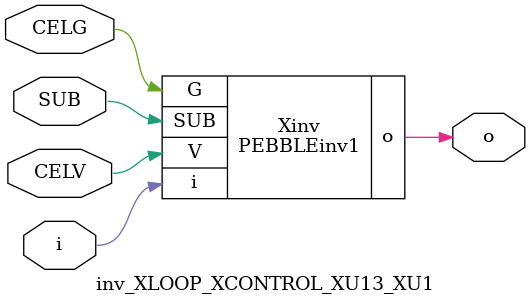
<source format=v>



module PEBBLEinv1 ( o, G, SUB, V, i );

  input V;
  input i;
  input G;
  output o;
  input SUB;
endmodule

//Celera Confidential Do Not Copy inv_XLOOP_XCONTROL_XU13_XU1
//Celera Confidential Symbol Generator
//5V Inverter
module inv_XLOOP_XCONTROL_XU13_XU1 (CELV,CELG,i,o,SUB);
input CELV;
input CELG;
input i;
input SUB;
output o;

//Celera Confidential Do Not Copy inv
PEBBLEinv1 Xinv(
.V (CELV),
.i (i),
.o (o),
.SUB (SUB),
.G (CELG)
);
//,diesize,PEBBLEinv1

//Celera Confidential Do Not Copy Module End
//Celera Schematic Generator
endmodule

</source>
